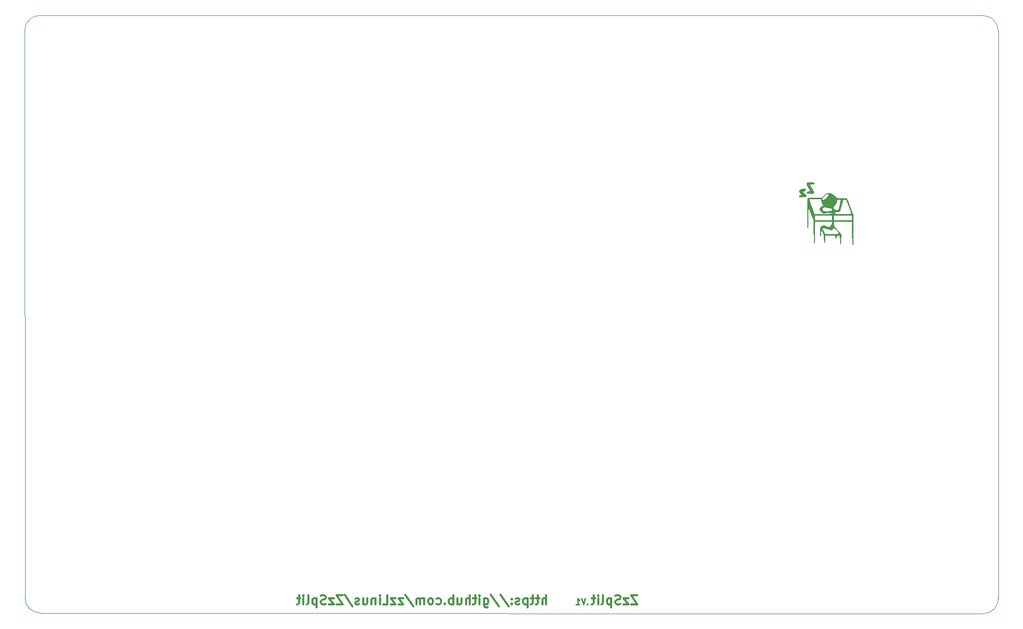
<source format=gbo>
G04 #@! TF.GenerationSoftware,KiCad,Pcbnew,(6.0.7)*
G04 #@! TF.CreationDate,2022-09-07T21:36:36+00:00*
G04 #@! TF.ProjectId,zzsplit-bottom-left,7a7a7370-6c69-4742-9d62-6f74746f6d2d,rev?*
G04 #@! TF.SameCoordinates,Original*
G04 #@! TF.FileFunction,Legend,Bot*
G04 #@! TF.FilePolarity,Positive*
%FSLAX46Y46*%
G04 Gerber Fmt 4.6, Leading zero omitted, Abs format (unit mm)*
G04 Created by KiCad (PCBNEW (6.0.7)) date 2022-09-07 21:36:36*
%MOMM*%
%LPD*%
G01*
G04 APERTURE LIST*
G04 #@! TA.AperFunction,Profile*
%ADD10C,0.100000*%
G04 #@! TD*
%ADD11C,0.300000*%
%ADD12C,0.250000*%
%ADD13C,4.700000*%
G04 APERTURE END LIST*
D10*
X216408717Y-41551602D02*
G75*
G03*
X213918729Y-39051603I-2500017J2D01*
G01*
X55508729Y-41521602D02*
X55548729Y-135281602D01*
X58008729Y-39021602D02*
X213918729Y-39051603D01*
X216408748Y-41551602D02*
X216438729Y-135411602D01*
X213918649Y-137921582D02*
X58048729Y-137781602D01*
X55548698Y-135281602D02*
G75*
G03*
X58048729Y-137781602I2500002J2D01*
G01*
X213918649Y-137921609D02*
G75*
G03*
X216438729Y-135411602I10051J2510009D01*
G01*
X58008729Y-39021629D02*
G75*
G03*
X55508729Y-41521602I-29J-2499971D01*
G01*
D11*
X156743871Y-134847030D02*
X155727871Y-134847030D01*
X156743871Y-136371030D01*
X155727871Y-136371030D01*
X155292443Y-135355030D02*
X154494157Y-135355030D01*
X155292443Y-136371030D01*
X154494157Y-136371030D01*
X153986157Y-136298459D02*
X153768443Y-136371030D01*
X153405586Y-136371030D01*
X153260443Y-136298459D01*
X153187871Y-136225887D01*
X153115300Y-136080744D01*
X153115300Y-135935602D01*
X153187871Y-135790459D01*
X153260443Y-135717887D01*
X153405586Y-135645316D01*
X153695871Y-135572744D01*
X153841014Y-135500173D01*
X153913586Y-135427602D01*
X153986157Y-135282459D01*
X153986157Y-135137316D01*
X153913586Y-134992173D01*
X153841014Y-134919602D01*
X153695871Y-134847030D01*
X153333014Y-134847030D01*
X153115300Y-134919602D01*
X152462157Y-135355030D02*
X152462157Y-136879030D01*
X152462157Y-135427602D02*
X152317014Y-135355030D01*
X152026729Y-135355030D01*
X151881586Y-135427602D01*
X151809014Y-135500173D01*
X151736443Y-135645316D01*
X151736443Y-136080744D01*
X151809014Y-136225887D01*
X151881586Y-136298459D01*
X152026729Y-136371030D01*
X152317014Y-136371030D01*
X152462157Y-136298459D01*
X150865586Y-136371030D02*
X151010729Y-136298459D01*
X151083300Y-136153316D01*
X151083300Y-134847030D01*
X150285014Y-136371030D02*
X150285014Y-135355030D01*
X150285014Y-134847030D02*
X150357586Y-134919602D01*
X150285014Y-134992173D01*
X150212443Y-134919602D01*
X150285014Y-134847030D01*
X150285014Y-134992173D01*
X149777014Y-135355030D02*
X149196443Y-135355030D01*
X149559300Y-134847030D02*
X149559300Y-136153316D01*
X149486729Y-136298459D01*
X149341586Y-136371030D01*
X149196443Y-136371030D01*
X141721586Y-136371030D02*
X141721586Y-134847030D01*
X141068443Y-136371030D02*
X141068443Y-135572744D01*
X141141014Y-135427602D01*
X141286157Y-135355030D01*
X141503871Y-135355030D01*
X141649014Y-135427602D01*
X141721586Y-135500173D01*
X140560443Y-135355030D02*
X139979871Y-135355030D01*
X140342729Y-134847030D02*
X140342729Y-136153316D01*
X140270157Y-136298459D01*
X140125014Y-136371030D01*
X139979871Y-136371030D01*
X139689586Y-135355030D02*
X139109014Y-135355030D01*
X139471871Y-134847030D02*
X139471871Y-136153316D01*
X139399300Y-136298459D01*
X139254157Y-136371030D01*
X139109014Y-136371030D01*
X138601014Y-135355030D02*
X138601014Y-136879030D01*
X138601014Y-135427602D02*
X138455871Y-135355030D01*
X138165586Y-135355030D01*
X138020443Y-135427602D01*
X137947871Y-135500173D01*
X137875300Y-135645316D01*
X137875300Y-136080744D01*
X137947871Y-136225887D01*
X138020443Y-136298459D01*
X138165586Y-136371030D01*
X138455871Y-136371030D01*
X138601014Y-136298459D01*
X137294729Y-136298459D02*
X137149586Y-136371030D01*
X136859300Y-136371030D01*
X136714157Y-136298459D01*
X136641586Y-136153316D01*
X136641586Y-136080744D01*
X136714157Y-135935602D01*
X136859300Y-135863030D01*
X137077014Y-135863030D01*
X137222157Y-135790459D01*
X137294729Y-135645316D01*
X137294729Y-135572744D01*
X137222157Y-135427602D01*
X137077014Y-135355030D01*
X136859300Y-135355030D01*
X136714157Y-135427602D01*
X135988443Y-136225887D02*
X135915871Y-136298459D01*
X135988443Y-136371030D01*
X136061014Y-136298459D01*
X135988443Y-136225887D01*
X135988443Y-136371030D01*
X135988443Y-135427602D02*
X135915871Y-135500173D01*
X135988443Y-135572744D01*
X136061014Y-135500173D01*
X135988443Y-135427602D01*
X135988443Y-135572744D01*
X134174157Y-134774459D02*
X135480443Y-136733887D01*
X132577586Y-134774459D02*
X133883871Y-136733887D01*
X131416443Y-135355030D02*
X131416443Y-136588744D01*
X131489014Y-136733887D01*
X131561586Y-136806459D01*
X131706729Y-136879030D01*
X131924443Y-136879030D01*
X132069586Y-136806459D01*
X131416443Y-136298459D02*
X131561586Y-136371030D01*
X131851871Y-136371030D01*
X131997014Y-136298459D01*
X132069586Y-136225887D01*
X132142157Y-136080744D01*
X132142157Y-135645316D01*
X132069586Y-135500173D01*
X131997014Y-135427602D01*
X131851871Y-135355030D01*
X131561586Y-135355030D01*
X131416443Y-135427602D01*
X130690729Y-136371030D02*
X130690729Y-135355030D01*
X130690729Y-134847030D02*
X130763300Y-134919602D01*
X130690729Y-134992173D01*
X130618157Y-134919602D01*
X130690729Y-134847030D01*
X130690729Y-134992173D01*
X130182729Y-135355030D02*
X129602157Y-135355030D01*
X129965014Y-134847030D02*
X129965014Y-136153316D01*
X129892443Y-136298459D01*
X129747300Y-136371030D01*
X129602157Y-136371030D01*
X129094157Y-136371030D02*
X129094157Y-134847030D01*
X128441014Y-136371030D02*
X128441014Y-135572744D01*
X128513586Y-135427602D01*
X128658729Y-135355030D01*
X128876443Y-135355030D01*
X129021586Y-135427602D01*
X129094157Y-135500173D01*
X127062157Y-135355030D02*
X127062157Y-136371030D01*
X127715300Y-135355030D02*
X127715300Y-136153316D01*
X127642729Y-136298459D01*
X127497586Y-136371030D01*
X127279871Y-136371030D01*
X127134729Y-136298459D01*
X127062157Y-136225887D01*
X126336443Y-136371030D02*
X126336443Y-134847030D01*
X126336443Y-135427602D02*
X126191300Y-135355030D01*
X125901014Y-135355030D01*
X125755871Y-135427602D01*
X125683300Y-135500173D01*
X125610729Y-135645316D01*
X125610729Y-136080744D01*
X125683300Y-136225887D01*
X125755871Y-136298459D01*
X125901014Y-136371030D01*
X126191300Y-136371030D01*
X126336443Y-136298459D01*
X124957586Y-136225887D02*
X124885014Y-136298459D01*
X124957586Y-136371030D01*
X125030157Y-136298459D01*
X124957586Y-136225887D01*
X124957586Y-136371030D01*
X123578729Y-136298459D02*
X123723871Y-136371030D01*
X124014157Y-136371030D01*
X124159300Y-136298459D01*
X124231871Y-136225887D01*
X124304443Y-136080744D01*
X124304443Y-135645316D01*
X124231871Y-135500173D01*
X124159300Y-135427602D01*
X124014157Y-135355030D01*
X123723871Y-135355030D01*
X123578729Y-135427602D01*
X122707871Y-136371030D02*
X122853014Y-136298459D01*
X122925586Y-136225887D01*
X122998157Y-136080744D01*
X122998157Y-135645316D01*
X122925586Y-135500173D01*
X122853014Y-135427602D01*
X122707871Y-135355030D01*
X122490157Y-135355030D01*
X122345014Y-135427602D01*
X122272443Y-135500173D01*
X122199871Y-135645316D01*
X122199871Y-136080744D01*
X122272443Y-136225887D01*
X122345014Y-136298459D01*
X122490157Y-136371030D01*
X122707871Y-136371030D01*
X121546729Y-136371030D02*
X121546729Y-135355030D01*
X121546729Y-135500173D02*
X121474157Y-135427602D01*
X121329014Y-135355030D01*
X121111300Y-135355030D01*
X120966157Y-135427602D01*
X120893586Y-135572744D01*
X120893586Y-136371030D01*
X120893586Y-135572744D02*
X120821014Y-135427602D01*
X120675871Y-135355030D01*
X120458157Y-135355030D01*
X120313014Y-135427602D01*
X120240443Y-135572744D01*
X120240443Y-136371030D01*
X118426157Y-134774459D02*
X119732443Y-136733887D01*
X118063300Y-135355030D02*
X117265014Y-135355030D01*
X118063300Y-136371030D01*
X117265014Y-136371030D01*
X116829586Y-135355030D02*
X116031300Y-135355030D01*
X116829586Y-136371030D01*
X116031300Y-136371030D01*
X114725014Y-136371030D02*
X115450729Y-136371030D01*
X115450729Y-134847030D01*
X114217014Y-136371030D02*
X114217014Y-135355030D01*
X114217014Y-134847030D02*
X114289586Y-134919602D01*
X114217014Y-134992173D01*
X114144443Y-134919602D01*
X114217014Y-134847030D01*
X114217014Y-134992173D01*
X113491300Y-135355030D02*
X113491300Y-136371030D01*
X113491300Y-135500173D02*
X113418729Y-135427602D01*
X113273586Y-135355030D01*
X113055871Y-135355030D01*
X112910729Y-135427602D01*
X112838157Y-135572744D01*
X112838157Y-136371030D01*
X111459300Y-135355030D02*
X111459300Y-136371030D01*
X112112443Y-135355030D02*
X112112443Y-136153316D01*
X112039871Y-136298459D01*
X111894729Y-136371030D01*
X111677014Y-136371030D01*
X111531871Y-136298459D01*
X111459300Y-136225887D01*
X110806157Y-136298459D02*
X110661014Y-136371030D01*
X110370729Y-136371030D01*
X110225586Y-136298459D01*
X110153014Y-136153316D01*
X110153014Y-136080744D01*
X110225586Y-135935602D01*
X110370729Y-135863030D01*
X110588443Y-135863030D01*
X110733586Y-135790459D01*
X110806157Y-135645316D01*
X110806157Y-135572744D01*
X110733586Y-135427602D01*
X110588443Y-135355030D01*
X110370729Y-135355030D01*
X110225586Y-135427602D01*
X108411300Y-134774459D02*
X109717586Y-136733887D01*
X108048443Y-134847030D02*
X107032443Y-134847030D01*
X108048443Y-136371030D01*
X107032443Y-136371030D01*
X106597014Y-135355030D02*
X105798729Y-135355030D01*
X106597014Y-136371030D01*
X105798729Y-136371030D01*
X105290729Y-136298459D02*
X105073014Y-136371030D01*
X104710157Y-136371030D01*
X104565014Y-136298459D01*
X104492443Y-136225887D01*
X104419871Y-136080744D01*
X104419871Y-135935602D01*
X104492443Y-135790459D01*
X104565014Y-135717887D01*
X104710157Y-135645316D01*
X105000443Y-135572744D01*
X105145586Y-135500173D01*
X105218157Y-135427602D01*
X105290729Y-135282459D01*
X105290729Y-135137316D01*
X105218157Y-134992173D01*
X105145586Y-134919602D01*
X105000443Y-134847030D01*
X104637586Y-134847030D01*
X104419871Y-134919602D01*
X103766729Y-135355030D02*
X103766729Y-136879030D01*
X103766729Y-135427602D02*
X103621586Y-135355030D01*
X103331300Y-135355030D01*
X103186157Y-135427602D01*
X103113586Y-135500173D01*
X103041014Y-135645316D01*
X103041014Y-136080744D01*
X103113586Y-136225887D01*
X103186157Y-136298459D01*
X103331300Y-136371030D01*
X103621586Y-136371030D01*
X103766729Y-136298459D01*
X102170157Y-136371030D02*
X102315300Y-136298459D01*
X102387871Y-136153316D01*
X102387871Y-134847030D01*
X101589586Y-136371030D02*
X101589586Y-135355030D01*
X101589586Y-134847030D02*
X101662157Y-134919602D01*
X101589586Y-134992173D01*
X101517014Y-134919602D01*
X101589586Y-134847030D01*
X101589586Y-134992173D01*
X101081586Y-135355030D02*
X100501014Y-135355030D01*
X100863871Y-134847030D02*
X100863871Y-136153316D01*
X100791300Y-136298459D01*
X100646157Y-136371030D01*
X100501014Y-136371030D01*
D12*
X148493490Y-136308744D02*
X148445871Y-136356363D01*
X148493490Y-136403982D01*
X148541109Y-136356363D01*
X148493490Y-136308744D01*
X148493490Y-136403982D01*
X148160157Y-135403982D02*
X147826824Y-136403982D01*
X147493490Y-135403982D01*
X146636348Y-136403982D02*
X147207776Y-136403982D01*
X146922062Y-136403982D02*
X146922062Y-135403982D01*
X147017300Y-135546840D01*
X147112538Y-135642078D01*
X147207776Y-135689697D01*
G36*
X185520366Y-66634868D02*
G01*
X185800808Y-66642181D01*
X185957676Y-66666559D01*
X186026064Y-66717357D01*
X186041062Y-66803936D01*
X186041020Y-66810077D01*
X186010207Y-66914793D01*
X185893754Y-66970712D01*
X185649893Y-66998625D01*
X185258723Y-67023982D01*
X185628726Y-67587322D01*
X185826774Y-67906144D01*
X185959519Y-68177984D01*
X185994322Y-68364098D01*
X185938817Y-68486625D01*
X185839674Y-68512585D01*
X185617573Y-68526001D01*
X185324983Y-68521903D01*
X185053630Y-68505512D01*
X184871976Y-68475339D01*
X184790123Y-68420467D01*
X184771062Y-68327936D01*
X184774200Y-68283751D01*
X184846931Y-68178543D01*
X185046229Y-68132071D01*
X185066831Y-68129924D01*
X185247295Y-68094369D01*
X185321395Y-68048138D01*
X185285886Y-67969678D01*
X185176454Y-67788746D01*
X185018862Y-67551471D01*
X184927568Y-67412292D01*
X184775962Y-67108417D01*
X184743696Y-66873404D01*
X184756968Y-66778899D01*
X184795588Y-66695629D01*
X184891816Y-66652774D01*
X185082893Y-66636907D01*
X185406062Y-66634602D01*
X185520366Y-66634868D01*
G37*
G36*
X184584935Y-67684608D02*
G01*
X184614356Y-67723499D01*
X184619078Y-67873756D01*
X184504370Y-68020603D01*
X184300894Y-68117332D01*
X184201481Y-68147221D01*
X184177693Y-68195065D01*
X184259172Y-68287140D01*
X184460086Y-68453349D01*
X184535631Y-68516056D01*
X184736678Y-68726897D01*
X184779861Y-68882754D01*
X184664346Y-68990726D01*
X184389305Y-69057912D01*
X183993089Y-69100436D01*
X183707760Y-69095989D01*
X183549741Y-69036971D01*
X183501062Y-68920602D01*
X183532279Y-68808324D01*
X183691562Y-68724214D01*
X183757345Y-68712524D01*
X183865036Y-68655145D01*
X183835389Y-68547330D01*
X183666874Y-68366961D01*
X183633180Y-68334319D01*
X183482320Y-68126397D01*
X183490043Y-67956875D01*
X183659583Y-67819234D01*
X183994171Y-67706956D01*
X184286031Y-67646037D01*
X184478734Y-67637049D01*
X184584935Y-67684608D01*
G37*
G36*
X192518062Y-74426395D02*
G01*
X192517941Y-74592124D01*
X192515267Y-75209857D01*
X192509443Y-75766346D01*
X192500932Y-76239975D01*
X192490198Y-76609126D01*
X192477706Y-76852181D01*
X192463920Y-76947523D01*
X192405741Y-76981654D01*
X192356088Y-76940880D01*
X192318886Y-76804802D01*
X192292610Y-76558628D01*
X192275732Y-76187565D01*
X192266725Y-75676822D01*
X192264062Y-75011605D01*
X192264062Y-73111602D01*
X189300729Y-73111602D01*
X189300729Y-73525877D01*
X189301703Y-73596160D01*
X189335396Y-73865360D01*
X189414696Y-73983885D01*
X189455199Y-74011352D01*
X189597410Y-74149620D01*
X189798426Y-74372942D01*
X190028529Y-74649110D01*
X190356085Y-75056366D01*
X190528395Y-75270602D01*
X190486062Y-76097132D01*
X190472362Y-76311609D01*
X190439619Y-76629349D01*
X190400149Y-76844258D01*
X190359062Y-76923101D01*
X190341930Y-76909454D01*
X190302226Y-76770957D01*
X190270010Y-76510036D01*
X190250052Y-76160071D01*
X190225708Y-75397602D01*
X189980249Y-75397602D01*
X189845524Y-75407727D01*
X189746855Y-75481753D01*
X189708260Y-75672769D01*
X189706059Y-75693188D01*
X189661884Y-75873775D01*
X189597062Y-75947936D01*
X189590706Y-75947180D01*
X189526755Y-75860202D01*
X189485864Y-75672769D01*
X189459333Y-75397602D01*
X187868518Y-75397602D01*
X187843790Y-76053769D01*
X187843663Y-76057131D01*
X187817856Y-76424344D01*
X187778727Y-76627579D01*
X187732196Y-76671059D01*
X187684183Y-76559005D01*
X187640610Y-76295639D01*
X187607395Y-75885184D01*
X187603557Y-75817886D01*
X187561844Y-75367457D01*
X187495063Y-75042542D01*
X187395729Y-74804936D01*
X187226395Y-74508602D01*
X187184062Y-74997045D01*
X187159903Y-75214678D01*
X187112798Y-75434678D01*
X187061543Y-75495537D01*
X187012642Y-75403167D01*
X186972598Y-75163479D01*
X186947912Y-74782384D01*
X186942924Y-74613256D01*
X186941443Y-74310961D01*
X186946949Y-74254602D01*
X187296588Y-74254602D01*
X187581473Y-74699102D01*
X187866359Y-75143602D01*
X189011678Y-75143602D01*
X189453259Y-75144899D01*
X189786864Y-75140416D01*
X189981356Y-75115724D01*
X190052410Y-75056366D01*
X190015706Y-74947887D01*
X189886920Y-74775831D01*
X189681729Y-74525740D01*
X189540048Y-74364803D01*
X189362698Y-74236840D01*
X189209131Y-74250790D01*
X189048420Y-74400538D01*
X188895969Y-74588808D01*
X188345537Y-74394489D01*
X188051542Y-74304840D01*
X187754003Y-74241409D01*
X187545846Y-74227386D01*
X187296588Y-74254602D01*
X186946949Y-74254602D01*
X186959268Y-74128513D01*
X187001918Y-74031232D01*
X187074912Y-73984436D01*
X187159740Y-73941464D01*
X187294103Y-73816487D01*
X187347839Y-73763673D01*
X187536170Y-73712039D01*
X187771241Y-73736057D01*
X187983411Y-73833962D01*
X188086560Y-73893448D01*
X188288986Y-73951364D01*
X188485447Y-73959062D01*
X188623844Y-73917146D01*
X188652075Y-73826218D01*
X188649653Y-73731284D01*
X188781732Y-73647010D01*
X188920159Y-73556807D01*
X188962062Y-73355727D01*
X188962062Y-73111602D01*
X186171302Y-73111602D01*
X186148515Y-74974373D01*
X186141101Y-75434114D01*
X186123896Y-76038217D01*
X186101408Y-76474151D01*
X186075014Y-76742533D01*
X186046095Y-76843976D01*
X186016028Y-76779099D01*
X185986191Y-76548514D01*
X185957964Y-76152840D01*
X185932724Y-75592691D01*
X185911851Y-74868682D01*
X185867307Y-72899936D01*
X185851517Y-72857602D01*
X186168062Y-72857602D01*
X188962062Y-72857602D01*
X189300729Y-72857602D01*
X192264062Y-72857602D01*
X192264062Y-72095602D01*
X189300729Y-72095602D01*
X189300729Y-72857602D01*
X188962062Y-72857602D01*
X188962062Y-72095602D01*
X186168062Y-72095602D01*
X186168062Y-72857602D01*
X185851517Y-72857602D01*
X185472559Y-71841602D01*
X185077811Y-70783269D01*
X185051436Y-72561269D01*
X185040391Y-73108561D01*
X185022226Y-73629591D01*
X184999022Y-74016121D01*
X184971504Y-74256548D01*
X184940395Y-74339269D01*
X184938490Y-74338862D01*
X184912617Y-74247607D01*
X184889811Y-74014117D01*
X184870276Y-73663707D01*
X184854215Y-73221693D01*
X184841834Y-72713391D01*
X184833336Y-72164116D01*
X184828926Y-71599184D01*
X184828807Y-71043910D01*
X184833185Y-70523611D01*
X184842262Y-70063602D01*
X184846419Y-69952293D01*
X185082391Y-69952293D01*
X185117064Y-70094644D01*
X185196157Y-70355629D01*
X185310565Y-70706039D01*
X185451186Y-71116667D01*
X185512138Y-71290424D01*
X185671630Y-71736504D01*
X185786019Y-72038935D01*
X185860854Y-72210899D01*
X185901685Y-72265578D01*
X185914062Y-72216157D01*
X185913504Y-72209497D01*
X185879738Y-72084824D01*
X185802530Y-71849067D01*
X185694227Y-71536116D01*
X185567180Y-71179861D01*
X185433735Y-70814191D01*
X185306241Y-70472997D01*
X185197046Y-70190168D01*
X185118499Y-69999593D01*
X185082947Y-69935162D01*
X185082391Y-69952293D01*
X184846419Y-69952293D01*
X184856244Y-69689199D01*
X184873592Y-69449769D01*
X185236326Y-69449769D01*
X185240787Y-69472330D01*
X185286934Y-69627394D01*
X185375180Y-69899910D01*
X185495656Y-70259767D01*
X185638493Y-70676856D01*
X186041062Y-71840443D01*
X187543895Y-71841023D01*
X187979106Y-71838056D01*
X188405837Y-71828089D01*
X188743953Y-71812350D01*
X188966551Y-71792134D01*
X189046729Y-71768733D01*
X189023236Y-71752208D01*
X188869436Y-71731493D01*
X188603834Y-71725134D01*
X188263562Y-71734743D01*
X187480395Y-71773621D01*
X187432206Y-71723661D01*
X189385395Y-71723661D01*
X189395135Y-71752044D01*
X189426087Y-71768733D01*
X189463774Y-71789054D01*
X189616402Y-71814727D01*
X189874343Y-71830850D01*
X190258919Y-71839212D01*
X190791454Y-71841602D01*
X191085258Y-71841326D01*
X191522439Y-71838325D01*
X191825073Y-71829983D01*
X192015897Y-71813813D01*
X192117648Y-71787324D01*
X192153062Y-71748028D01*
X192144877Y-71693436D01*
X192141096Y-71682925D01*
X192084233Y-71530192D01*
X191982063Y-71259488D01*
X191847822Y-70905787D01*
X191694746Y-70504061D01*
X191655501Y-70401313D01*
X191503836Y-70009797D01*
X191393079Y-69746782D01*
X191307491Y-69587686D01*
X191231336Y-69507923D01*
X191148877Y-69482910D01*
X191044377Y-69488061D01*
X190965166Y-69498142D01*
X190875633Y-69531310D01*
X190867687Y-69540546D01*
X190805912Y-69612348D01*
X190741320Y-69770486D01*
X190667176Y-70034960D01*
X190568799Y-70435001D01*
X190535152Y-70571563D01*
X190410732Y-71013388D01*
X190337012Y-71196270D01*
X190290088Y-71312676D01*
X190159549Y-71489790D01*
X190005441Y-71565090D01*
X189814095Y-71558935D01*
X189653517Y-71542568D01*
X189456413Y-71589240D01*
X189385395Y-71723661D01*
X187432206Y-71723661D01*
X187143555Y-71424402D01*
X187096468Y-71374836D01*
X186919021Y-71149770D01*
X186911842Y-71116609D01*
X187376414Y-71116609D01*
X187477691Y-71245947D01*
X187576511Y-71330605D01*
X187766786Y-71396328D01*
X188065018Y-71409829D01*
X188205940Y-71404481D01*
X188497160Y-71379178D01*
X188708062Y-71342512D01*
X188828285Y-71297415D01*
X188900409Y-71196270D01*
X188890095Y-70994936D01*
X188889401Y-70991638D01*
X188799568Y-70934058D01*
X188612052Y-70910269D01*
X188579669Y-70909624D01*
X188304500Y-70877215D01*
X188015220Y-70810953D01*
X187991644Y-70803942D01*
X187879650Y-70778508D01*
X189221204Y-70778508D01*
X189250904Y-70933509D01*
X189290959Y-71021482D01*
X189417299Y-71131629D01*
X189652570Y-71180036D01*
X189802725Y-71191089D01*
X189935751Y-71166424D01*
X190017151Y-71058508D01*
X190096801Y-70827792D01*
X190125588Y-70732496D01*
X190207508Y-70429106D01*
X190262543Y-70179313D01*
X190307448Y-69945736D01*
X190364149Y-69692480D01*
X190366058Y-69684836D01*
X190386122Y-69540546D01*
X190319526Y-69481974D01*
X190125062Y-69470936D01*
X190068656Y-69471347D01*
X189903786Y-69494691D01*
X189823577Y-69589237D01*
X189777173Y-69803620D01*
X189682510Y-70091098D01*
X189448851Y-70427117D01*
X189435852Y-70440907D01*
X189275360Y-70633476D01*
X189221204Y-70778508D01*
X187879650Y-70778508D01*
X187776432Y-70755067D01*
X187638292Y-70780673D01*
X187502737Y-70892631D01*
X187387206Y-71020441D01*
X187376414Y-71116609D01*
X186911842Y-71116609D01*
X186880953Y-70973916D01*
X186987106Y-70807335D01*
X187242327Y-70610088D01*
X187496369Y-70436908D01*
X187340216Y-70145743D01*
X187324238Y-70114724D01*
X187224730Y-69853443D01*
X187184062Y-69620423D01*
X187184062Y-69407436D01*
X187353712Y-69407436D01*
X187394860Y-69471389D01*
X187531160Y-69465240D01*
X187724854Y-69388523D01*
X187936311Y-69261792D01*
X188125902Y-69105600D01*
X188253996Y-68940503D01*
X188319981Y-68778963D01*
X188313826Y-68621902D01*
X188187835Y-68580347D01*
X187952046Y-68663508D01*
X187950685Y-68664214D01*
X187757660Y-68808131D01*
X187563748Y-69017366D01*
X187414062Y-69235830D01*
X187353712Y-69407436D01*
X187184062Y-69407436D01*
X187184062Y-69386269D01*
X186210395Y-69386269D01*
X185848277Y-69390848D01*
X185530709Y-69404401D01*
X185315580Y-69424768D01*
X185236326Y-69449769D01*
X184873592Y-69449769D01*
X184875335Y-69425717D01*
X184899738Y-69298472D01*
X184936456Y-69243627D01*
X185008197Y-69193204D01*
X185134640Y-69160733D01*
X185344436Y-69142336D01*
X185666241Y-69134140D01*
X186128708Y-69132269D01*
X187268729Y-69132269D01*
X187598775Y-68802223D01*
X187838094Y-68598683D01*
X188233768Y-68407450D01*
X188635797Y-68384258D01*
X189036600Y-68528947D01*
X189350315Y-68778963D01*
X189428600Y-68841352D01*
X189793625Y-69216935D01*
X190600513Y-69216936D01*
X190737716Y-69217951D01*
X191101993Y-69233101D01*
X191353336Y-69264109D01*
X191463691Y-69308013D01*
X191488516Y-69359906D01*
X191570030Y-69552519D01*
X191693398Y-69855824D01*
X191846951Y-70241006D01*
X192019021Y-70679250D01*
X192435660Y-71748028D01*
X192518062Y-71959410D01*
X192518062Y-74426395D01*
G37*
%LPC*%
D13*
X64688729Y-107331602D03*
X183078729Y-131271602D03*
X83468729Y-63031602D03*
X187688729Y-61801602D03*
M02*

</source>
